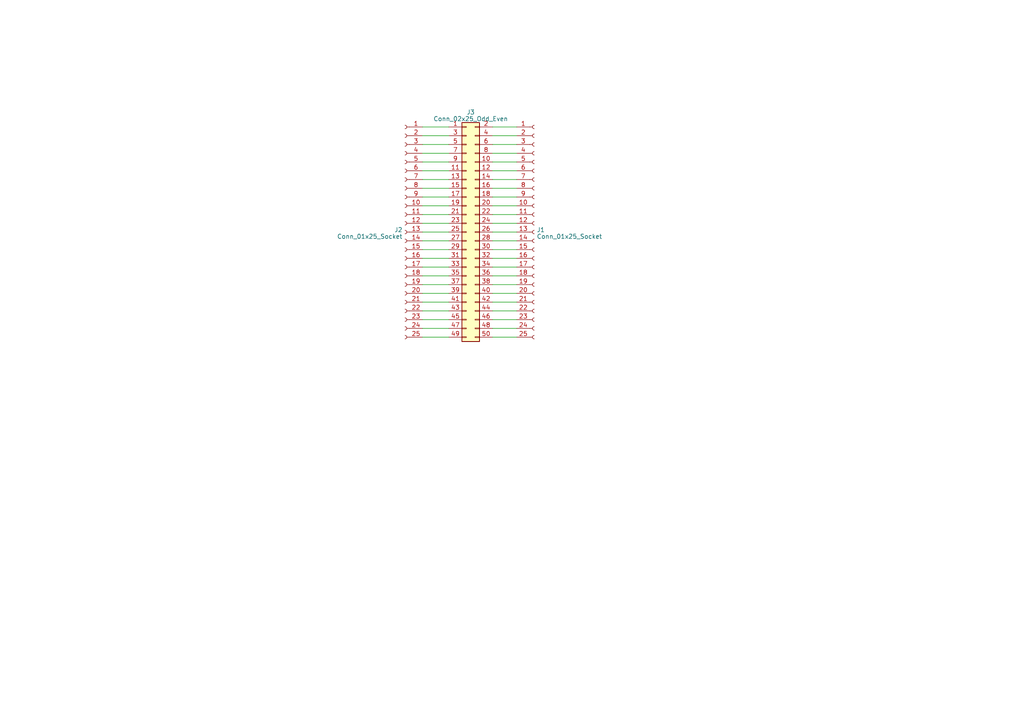
<source format=kicad_sch>
(kicad_sch (version 20230121) (generator eeschema)
  (paper "A4")
  (lib_symbols
    (symbol "Connector:Conn_01x25_Socket" (pin_names (offset 1.016) hide)
      (property "Reference" "J" (at 0 33.02 0))
      (property "Value" "Conn_01x25_Socket" (at 0 -33.02 0))
      (symbol "Conn_01x25_Socket_1_1"
        (arc (start 0 -29.972) (mid -0.5058 -30.48) (end 0 -30.988) (stroke (width 0.1524)))
        (arc (start 0 -27.432) (mid -0.5058 -27.94) (end 0 -28.448) (stroke (width 0.1524)))
        (arc (start 0 -24.892) (mid -0.5058 -25.4) (end 0 -25.908) (stroke (width 0.1524)))
        (arc (start 0 -22.352) (mid -0.5058 -22.86) (end 0 -23.368) (stroke (width 0.1524)))
        (arc (start 0 -19.812) (mid -0.5058 -20.32) (end 0 -20.828) (stroke (width 0.1524)))
        (arc (start 0 -17.272) (mid -0.5058 -17.78) (end 0 -18.288) (stroke (width 0.1524)))
        (arc (start 0 -14.732) (mid -0.5058 -15.24) (end 0 -15.748) (stroke (width 0.1524)))
        (arc (start 0 -12.192) (mid -0.5058 -12.7) (end 0 -13.208) (stroke (width 0.1524)))
        (arc (start 0 -9.652) (mid -0.5058 -10.16) (end 0 -10.668) (stroke (width 0.1524)))
        (arc (start 0 -7.112) (mid -0.5058 -7.62) (end 0 -8.128) (stroke (width 0.1524)))
        (arc (start 0 -4.572) (mid -0.5058 -5.08) (end 0 -5.588) (stroke (width 0.1524)))
        (arc (start 0 -2.032) (mid -0.5058 -2.54) (end 0 -3.048) (stroke (width 0.1524)))
        (polyline (pts (xy -1.27 -30.48) (xy -0.508 -30.48)) (stroke (width 0.1524)))
        (polyline (pts (xy -1.27 -27.94) (xy -0.508 -27.94)) (stroke (width 0.1524)))
        (polyline (pts (xy -1.27 -25.4) (xy -0.508 -25.4)) (stroke (width 0.1524)))
        (polyline (pts (xy -1.27 -22.86) (xy -0.508 -22.86)) (stroke (width 0.1524)))
        (polyline (pts (xy -1.27 -20.32) (xy -0.508 -20.32)) (stroke (width 0.1524)))
        (polyline (pts (xy -1.27 -17.78) (xy -0.508 -17.78)) (stroke (width 0.1524)))
        (polyline (pts (xy -1.27 -15.24) (xy -0.508 -15.24)) (stroke (width 0.1524)))
        (polyline (pts (xy -1.27 -12.7) (xy -0.508 -12.7)) (stroke (width 0.1524)))
        (polyline (pts (xy -1.27 -10.16) (xy -0.508 -10.16)) (stroke (width 0.1524)))
        (polyline (pts (xy -1.27 -7.62) (xy -0.508 -7.62)) (stroke (width 0.1524)))
        (polyline (pts (xy -1.27 -5.08) (xy -0.508 -5.08)) (stroke (width 0.1524)))
        (polyline (pts (xy -1.27 -2.54) (xy -0.508 -2.54)) (stroke (width 0.1524)))
        (polyline (pts (xy -1.27 0) (xy -0.508 0)) (stroke (width 0.1524)))
        (polyline (pts (xy -1.27 2.54) (xy -0.508 2.54)) (stroke (width 0.1524)))
        (polyline (pts (xy -1.27 5.08) (xy -0.508 5.08)) (stroke (width 0.1524)))
        (polyline (pts (xy -1.27 7.62) (xy -0.508 7.62)) (stroke (width 0.1524)))
        (polyline (pts (xy -1.27 10.16) (xy -0.508 10.16)) (stroke (width 0.1524)))
        (polyline (pts (xy -1.27 12.7) (xy -0.508 12.7)) (stroke (width 0.1524)))
        (polyline (pts (xy -1.27 15.24) (xy -0.508 15.24)) (stroke (width 0.1524)))
        (polyline (pts (xy -1.27 17.78) (xy -0.508 17.78)) (stroke (width 0.1524)))
        (polyline (pts (xy -1.27 20.32) (xy -0.508 20.32)) (stroke (width 0.1524)))
        (polyline (pts (xy -1.27 22.86) (xy -0.508 22.86)) (stroke (width 0.1524)))
        (polyline (pts (xy -1.27 25.4) (xy -0.508 25.4)) (stroke (width 0.1524)))
        (polyline (pts (xy -1.27 27.94) (xy -0.508 27.94)) (stroke (width 0.1524)))
        (polyline (pts (xy -1.27 30.48) (xy -0.508 30.48)) (stroke (width 0.1524)))
        (arc (start 0 0.508) (mid -0.5058 0) (end 0 -0.508) (stroke (width 0.1524)))
        (arc (start 0 3.048) (mid -0.5058 2.54) (end 0 2.032) (stroke (width 0.1524)))
        (arc (start 0 5.588) (mid -0.5058 5.08) (end 0 4.572) (stroke (width 0.1524)))
        (arc (start 0 8.128) (mid -0.5058 7.62) (end 0 7.112) (stroke (width 0.1524)))
        (arc (start 0 10.668) (mid -0.5058 10.16) (end 0 9.652) (stroke (width 0.1524)))
        (arc (start 0 13.208) (mid -0.5058 12.7) (end 0 12.192) (stroke (width 0.1524)))
        (arc (start 0 15.748) (mid -0.5058 15.24) (end 0 14.732) (stroke (width 0.1524)))
        (arc (start 0 18.288) (mid -0.5058 17.78) (end 0 17.272) (stroke (width 0.1524)))
        (arc (start 0 20.828) (mid -0.5058 20.32) (end 0 19.812) (stroke (width 0.1524)))
        (arc (start 0 23.368) (mid -0.5058 22.86) (end 0 22.352) (stroke (width 0.1524)))
        (arc (start 0 25.908) (mid -0.5058 25.4) (end 0 24.892) (stroke (width 0.1524)))
        (arc (start 0 28.448) (mid -0.5058 27.94) (end 0 27.432) (stroke (width 0.1524)))
        (arc (start 0 30.988) (mid -0.5058 30.48) (end 0 29.972) (stroke (width 0.1524)))
        (pin passive line (at -5.08 30.48 0) (length 3.81) (name "Pin_1") (number "1"))
        (pin passive line (at -5.08 7.62 0) (length 3.81) (name "Pin_10") (number "10"))
        (pin passive line (at -5.08 5.08 0) (length 3.81) (name "Pin_11") (number "11"))
        (pin passive line (at -5.08 2.54 0) (length 3.81) (name "Pin_12") (number "12"))
        (pin passive line (at -5.08 0 0) (length 3.81) (name "Pin_13") (number "13"))
        (pin passive line (at -5.08 -2.54 0) (length 3.81) (name "Pin_14") (number "14"))
        (pin passive line (at -5.08 -5.08 0) (length 3.81) (name "Pin_15") (number "15"))
        (pin passive line (at -5.08 -7.62 0) (length 3.81) (name "Pin_16") (number "16"))
        (pin passive line (at -5.08 -10.16 0) (length 3.81) (name "Pin_17") (number "17"))
        (pin passive line (at -5.08 -12.7 0) (length 3.81) (name "Pin_18") (number "18"))
        (pin passive line (at -5.08 -15.24 0) (length 3.81) (name "Pin_19") (number "19"))
        (pin passive line (at -5.08 27.94 0) (length 3.81) (name "Pin_2") (number "2"))
        (pin passive line (at -5.08 -17.78 0) (length 3.81) (name "Pin_20") (number "20"))
        (pin passive line (at -5.08 -20.32 0) (length 3.81) (name "Pin_21") (number "21"))
        (pin passive line (at -5.08 -22.86 0) (length 3.81) (name "Pin_22") (number "22"))
        (pin passive line (at -5.08 -25.4 0) (length 3.81) (name "Pin_23") (number "23"))
        (pin passive line (at -5.08 -27.94 0) (length 3.81) (name "Pin_24") (number "24"))
        (pin passive line (at -5.08 -30.48 0) (length 3.81) (name "Pin_25") (number "25"))
        (pin passive line (at -5.08 25.4 0) (length 3.81) (name "Pin_3") (number "3"))
        (pin passive line (at -5.08 22.86 0) (length 3.81) (name "Pin_4") (number "4"))
        (pin passive line (at -5.08 20.32 0) (length 3.81) (name "Pin_5") (number "5"))
        (pin passive line (at -5.08 17.78 0) (length 3.81) (name "Pin_6") (number "6"))
        (pin passive line (at -5.08 15.24 0) (length 3.81) (name "Pin_7") (number "7"))
        (pin passive line (at -5.08 12.7 0) (length 3.81) (name "Pin_8") (number "8"))
        (pin passive line (at -5.08 10.16 0) (length 3.81) (name "Pin_9") (number "9"))
      )
    )
    (symbol "Connector_Generic:Conn_02x25_Odd_Even" (pin_names (offset 1.016) hide)
      (property "Reference" "J" (at 1.27 33.02 0))
      (property "Value" "Conn_02x25_Odd_Even" (at 1.27 -33.02 0))
      (symbol "Conn_02x25_Odd_Even_1_1"
        (rectangle (start -1.27 -30.353) (end 0 -30.607) (stroke (width 0.1524)))
        (rectangle (start -1.27 -27.813) (end 0 -28.067) (stroke (width 0.1524)))
        (rectangle (start -1.27 -25.273) (end 0 -25.527) (stroke (width 0.1524)))
        (rectangle (start -1.27 -22.733) (end 0 -22.987) (stroke (width 0.1524)))
        (rectangle (start -1.27 -20.193) (end 0 -20.447) (stroke (width 0.1524)))
        (rectangle (start -1.27 -17.653) (end 0 -17.907) (stroke (width 0.1524)))
        (rectangle (start -1.27 -15.113) (end 0 -15.367) (stroke (width 0.1524)))
        (rectangle (start -1.27 -12.573) (end 0 -12.827) (stroke (width 0.1524)))
        (rectangle (start -1.27 -10.033) (end 0 -10.287) (stroke (width 0.1524)))
        (rectangle (start -1.27 -7.493) (end 0 -7.747) (stroke (width 0.1524)))
        (rectangle (start -1.27 -4.953) (end 0 -5.207) (stroke (width 0.1524)))
        (rectangle (start -1.27 -2.413) (end 0 -2.667) (stroke (width 0.1524)))
        (rectangle (start -1.27 0.127) (end 0 -0.127) (stroke (width 0.1524)))
        (rectangle (start -1.27 2.667) (end 0 2.413) (stroke (width 0.1524)))
        (rectangle (start -1.27 5.207) (end 0 4.953) (stroke (width 0.1524)))
        (rectangle (start -1.27 7.747) (end 0 7.493) (stroke (width 0.1524)))
        (rectangle (start -1.27 10.287) (end 0 10.033) (stroke (width 0.1524)))
        (rectangle (start -1.27 12.827) (end 0 12.573) (stroke (width 0.1524)))
        (rectangle (start -1.27 15.367) (end 0 15.113) (stroke (width 0.1524)))
        (rectangle (start -1.27 17.907) (end 0 17.653) (stroke (width 0.1524)))
        (rectangle (start -1.27 20.447) (end 0 20.193) (stroke (width 0.1524)))
        (rectangle (start -1.27 22.987) (end 0 22.733) (stroke (width 0.1524)))
        (rectangle (start -1.27 25.527) (end 0 25.273) (stroke (width 0.1524)))
        (rectangle (start -1.27 28.067) (end 0 27.813) (stroke (width 0.1524)))
        (rectangle (start -1.27 30.607) (end 0 30.353) (stroke (width 0.1524)))
        (rectangle (start -1.27 31.75) (end 3.81 -31.75) (stroke (width 0.254)) (fill (type background)))
        (rectangle (start 3.81 -30.353) (end 2.54 -30.607) (stroke (width 0.1524)))
        (rectangle (start 3.81 -27.813) (end 2.54 -28.067) (stroke (width 0.1524)))
        (rectangle (start 3.81 -25.273) (end 2.54 -25.527) (stroke (width 0.1524)))
        (rectangle (start 3.81 -22.733) (end 2.54 -22.987) (stroke (width 0.1524)))
        (rectangle (start 3.81 -20.193) (end 2.54 -20.447) (stroke (width 0.1524)))
        (rectangle (start 3.81 -17.653) (end 2.54 -17.907) (stroke (width 0.1524)))
        (rectangle (start 3.81 -15.113) (end 2.54 -15.367) (stroke (width 0.1524)))
        (rectangle (start 3.81 -12.573) (end 2.54 -12.827) (stroke (width 0.1524)))
        (rectangle (start 3.81 -10.033) (end 2.54 -10.287) (stroke (width 0.1524)))
        (rectangle (start 3.81 -7.493) (end 2.54 -7.747) (stroke (width 0.1524)))
        (rectangle (start 3.81 -4.953) (end 2.54 -5.207) (stroke (width 0.1524)))
        (rectangle (start 3.81 -2.413) (end 2.54 -2.667) (stroke (width 0.1524)))
        (rectangle (start 3.81 0.127) (end 2.54 -0.127) (stroke (width 0.1524)))
        (rectangle (start 3.81 2.667) (end 2.54 2.413) (stroke (width 0.1524)))
        (rectangle (start 3.81 5.207) (end 2.54 4.953) (stroke (width 0.1524)))
        (rectangle (start 3.81 7.747) (end 2.54 7.493) (stroke (width 0.1524)))
        (rectangle (start 3.81 10.287) (end 2.54 10.033) (stroke (width 0.1524)))
        (rectangle (start 3.81 12.827) (end 2.54 12.573) (stroke (width 0.1524)))
        (rectangle (start 3.81 15.367) (end 2.54 15.113) (stroke (width 0.1524)))
        (rectangle (start 3.81 17.907) (end 2.54 17.653) (stroke (width 0.1524)))
        (rectangle (start 3.81 20.447) (end 2.54 20.193) (stroke (width 0.1524)))
        (rectangle (start 3.81 22.987) (end 2.54 22.733) (stroke (width 0.1524)))
        (rectangle (start 3.81 25.527) (end 2.54 25.273) (stroke (width 0.1524)))
        (rectangle (start 3.81 28.067) (end 2.54 27.813) (stroke (width 0.1524)))
        (rectangle (start 3.81 30.607) (end 2.54 30.353) (stroke (width 0.1524)))
        (pin passive line (at -5.08 30.48 0) (length 3.81) (name "Pin_1") (number "1"))
        (pin passive line (at 7.62 20.32 180) (length 3.81) (name "Pin_10") (number "10"))
        (pin passive line (at -5.08 17.78 0) (length 3.81) (name "Pin_11") (number "11"))
        (pin passive line (at 7.62 17.78 180) (length 3.81) (name "Pin_12") (number "12"))
        (pin passive line (at -5.08 15.24 0) (length 3.81) (name "Pin_13") (number "13"))
        (pin passive line (at 7.62 15.24 180) (length 3.81) (name "Pin_14") (number "14"))
        (pin passive line (at -5.08 12.7 0) (length 3.81) (name "Pin_15") (number "15"))
        (pin passive line (at 7.62 12.7 180) (length 3.81) (name "Pin_16") (number "16"))
        (pin passive line (at -5.08 10.16 0) (length 3.81) (name "Pin_17") (number "17"))
        (pin passive line (at 7.62 10.16 180) (length 3.81) (name "Pin_18") (number "18"))
        (pin passive line (at -5.08 7.62 0) (length 3.81) (name "Pin_19") (number "19"))
        (pin passive line (at 7.62 30.48 180) (length 3.81) (name "Pin_2") (number "2"))
        (pin passive line (at 7.62 7.62 180) (length 3.81) (name "Pin_20") (number "20"))
        (pin passive line (at -5.08 5.08 0) (length 3.81) (name "Pin_21") (number "21"))
        (pin passive line (at 7.62 5.08 180) (length 3.81) (name "Pin_22") (number "22"))
        (pin passive line (at -5.08 2.54 0) (length 3.81) (name "Pin_23") (number "23"))
        (pin passive line (at 7.62 2.54 180) (length 3.81) (name "Pin_24") (number "24"))
        (pin passive line (at -5.08 0 0) (length 3.81) (name "Pin_25") (number "25"))
        (pin passive line (at 7.62 0 180) (length 3.81) (name "Pin_26") (number "26"))
        (pin passive line (at -5.08 -2.54 0) (length 3.81) (name "Pin_27") (number "27"))
        (pin passive line (at 7.62 -2.54 180) (length 3.81) (name "Pin_28") (number "28"))
        (pin passive line (at -5.08 -5.08 0) (length 3.81) (name "Pin_29") (number "29"))
        (pin passive line (at -5.08 27.94 0) (length 3.81) (name "Pin_3") (number "3"))
        (pin passive line (at 7.62 -5.08 180) (length 3.81) (name "Pin_30") (number "30"))
        (pin passive line (at -5.08 -7.62 0) (length 3.81) (name "Pin_31") (number "31"))
        (pin passive line (at 7.62 -7.62 180) (length 3.81) (name "Pin_32") (number "32"))
        (pin passive line (at -5.08 -10.16 0) (length 3.81) (name "Pin_33") (number "33"))
        (pin passive line (at 7.62 -10.16 180) (length 3.81) (name "Pin_34") (number "34"))
        (pin passive line (at -5.08 -12.7 0) (length 3.81) (name "Pin_35") (number "35"))
        (pin passive line (at 7.62 -12.7 180) (length 3.81) (name "Pin_36") (number "36"))
        (pin passive line (at -5.08 -15.24 0) (length 3.81) (name "Pin_37") (number "37"))
        (pin passive line (at 7.62 -15.24 180) (length 3.81) (name "Pin_38") (number "38"))
        (pin passive line (at -5.08 -17.78 0) (length 3.81) (name "Pin_39") (number "39"))
        (pin passive line (at 7.62 27.94 180) (length 3.81) (name "Pin_4") (number "4"))
        (pin passive line (at 7.62 -17.78 180) (length 3.81) (name "Pin_40") (number "40"))
        (pin passive line (at -5.08 -20.32 0) (length 3.81) (name "Pin_41") (number "41"))
        (pin passive line (at 7.62 -20.32 180) (length 3.81) (name "Pin_42") (number "42"))
        (pin passive line (at -5.08 -22.86 0) (length 3.81) (name "Pin_43") (number "43"))
        (pin passive line (at 7.62 -22.86 180) (length 3.81) (name "Pin_44") (number "44"))
        (pin passive line (at -5.08 -25.4 0) (length 3.81) (name "Pin_45") (number "45"))
        (pin passive line (at 7.62 -25.4 180) (length 3.81) (name "Pin_46") (number "46"))
        (pin passive line (at -5.08 -27.94 0) (length 3.81) (name "Pin_47") (number "47"))
        (pin passive line (at 7.62 -27.94 180) (length 3.81) (name "Pin_48") (number "48"))
        (pin passive line (at -5.08 -30.48 0) (length 3.81) (name "Pin_49") (number "49"))
        (pin passive line (at -5.08 25.4 0) (length 3.81) (name "Pin_5") (number "5"))
        (pin passive line (at 7.62 -30.48 180) (length 3.81) (name "Pin_50") (number "50"))
        (pin passive line (at 7.62 25.4 180) (length 3.81) (name "Pin_6") (number "6"))
        (pin passive line (at -5.08 22.86 0) (length 3.81) (name "Pin_7") (number "7"))
        (pin passive line (at 7.62 22.86 180) (length 3.81) (name "Pin_8") (number "8"))
        (pin passive line (at -5.08 20.32 0) (length 3.81) (name "Pin_9") (number "9"))
      )
    )
  )
  (wire (pts (xy 142.875 44.45) (xy 149.86 44.45)))
  (wire (pts (xy 122.555 69.85) (xy 130.175 69.85)))
  (wire (pts (xy 142.875 90.17) (xy 149.86 90.17)))
  (wire (pts (xy 122.555 44.45) (xy 130.175 44.45)))
  (wire (pts (xy 142.875 67.31) (xy 149.86 67.31)))
  (wire (pts (xy 122.555 62.23) (xy 130.175 62.23)))
  (wire (pts (xy 122.555 95.25) (xy 130.175 95.25)))
  (wire (pts (xy 122.555 90.17) (xy 130.175 90.17)))
  (wire (pts (xy 122.555 54.61) (xy 130.175 54.61)))
  (wire (pts (xy 122.555 52.07) (xy 130.175 52.07)))
  (wire (pts (xy 142.875 69.85) (xy 149.86 69.85)))
  (wire (pts (xy 122.555 77.47) (xy 130.175 77.47)))
  (wire (pts (xy 122.555 74.93) (xy 130.175 74.93)))
  (wire (pts (xy 142.875 49.53) (xy 149.86 49.53)))
  (wire (pts (xy 142.875 95.25) (xy 149.86 95.25)))
  (wire (pts (xy 142.875 62.23) (xy 149.86 62.23)))
  (wire (pts (xy 142.875 85.09) (xy 149.86 85.09)))
  (wire (pts (xy 142.875 36.83) (xy 149.86 36.83)))
  (wire (pts (xy 122.555 57.15) (xy 130.175 57.15)))
  (wire (pts (xy 122.555 39.37) (xy 130.175 39.37)))
  (wire (pts (xy 122.555 97.79) (xy 130.175 97.79)))
  (wire (pts (xy 142.875 64.77) (xy 149.86 64.77)))
  (wire (pts (xy 122.555 67.31) (xy 130.175 67.31)))
  (wire (pts (xy 142.875 82.55) (xy 149.86 82.55)))
  (wire (pts (xy 122.555 85.09) (xy 130.175 85.09)))
  (wire (pts (xy 142.875 87.63) (xy 149.86 87.63)))
  (wire (pts (xy 142.875 41.91) (xy 149.86 41.91)))
  (wire (pts (xy 122.555 72.39) (xy 130.175 72.39)))
  (wire (pts (xy 142.875 80.01) (xy 149.86 80.01)))
  (wire (pts (xy 122.555 49.53) (xy 130.175 49.53)))
  (wire (pts (xy 122.555 92.71) (xy 130.175 92.71)))
  (wire (pts (xy 122.555 36.83) (xy 130.175 36.83)))
  (wire (pts (xy 142.875 92.71) (xy 149.86 92.71)))
  (wire (pts (xy 142.875 52.07) (xy 149.86 52.07)))
  (wire (pts (xy 122.555 46.99) (xy 130.175 46.99)))
  (wire (pts (xy 122.555 82.55) (xy 130.175 82.55)))
  (wire (pts (xy 142.875 57.15) (xy 149.86 57.15)))
  (wire (pts (xy 142.875 59.69) (xy 149.86 59.69)))
  (wire (pts (xy 142.875 77.47) (xy 149.86 77.47)))
  (wire (pts (xy 142.875 46.99) (xy 149.86 46.99)))
  (wire (pts (xy 142.875 54.61) (xy 149.86 54.61)))
  (wire (pts (xy 142.875 97.79) (xy 149.86 97.79)))
  (wire (pts (xy 142.875 39.37) (xy 149.86 39.37)))
  (wire (pts (xy 122.555 87.63) (xy 130.175 87.63)))
  (wire (pts (xy 142.875 72.39) (xy 149.86 72.39)))
  (wire (pts (xy 122.555 41.91) (xy 130.175 41.91)))
  (wire (pts (xy 122.555 59.69) (xy 130.175 59.69)))
  (wire (pts (xy 142.875 74.93) (xy 149.86 74.93)))
  (wire (pts (xy 122.555 80.01) (xy 130.175 80.01)))
  (wire (pts (xy 122.555 64.77) (xy 130.175 64.77)))
  (symbol (lib_id "Connector:Conn_01x25_Socket") (at 117.475 67.31 0) (mirror y) (unit 1)
    (property "Reference" "J2" (at 116.7638 66.6663 0) (effects (justify left)))
    (property "Value" "Conn_01x25_Socket" (at 116.7638 68.5873 0) (effects (justify left)))
    (property "Footprint" "Connector_PinSocket_2.54mm:PinSocket_1x25_P2.54mm_Vertical" (effects hide))
  )
  (symbol (lib_id "Connector:Conn_01x25_Socket") (at 154.94 67.31 0) (unit 1)
    (property "Reference" "J1" (at 155.6512 66.6663 0) (effects (justify left)))
    (property "Value" "Conn_01x25_Socket" (at 155.6512 68.5873 0) (effects (justify left)))
    (property "Footprint" "Connector_PinSocket_2.54mm:PinSocket_1x25_P2.54mm_Vertical" (effects hide))
  )
  (symbol (lib_id "Connector_Generic:Conn_02x25_Odd_Even") (at 135.255 67.31 0) (unit 1)
    (property "Reference" "J3" (at 136.525 32.5501 0))
    (property "Value" "Conn_02x25_Odd_Even" (at 136.525 34.4711 0))
    (property "Footprint" "Connector_PinHeader_2.54mm:PinHeader_2x25_P2.54mm_Vertical" (effects hide))
  )
)
</source>
